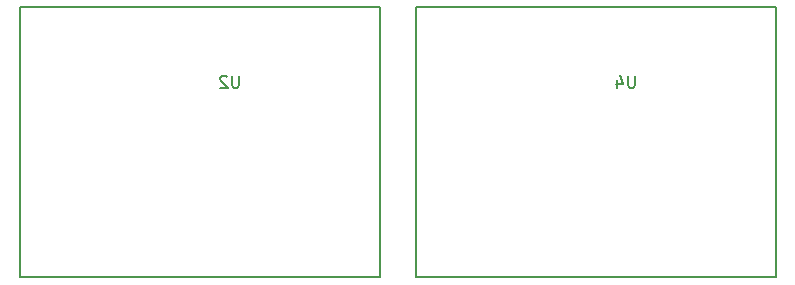
<source format=gbr>
G04 #@! TF.FileFunction,Legend,Bot*
%FSLAX46Y46*%
G04 Gerber Fmt 4.6, Leading zero omitted, Abs format (unit mm)*
G04 Created by KiCad (PCBNEW 4.0.7) date 03/14/18 18:41:00*
%MOMM*%
%LPD*%
G01*
G04 APERTURE LIST*
%ADD10C,0.100000*%
%ADD11C,0.150000*%
G04 APERTURE END LIST*
D10*
D11*
X118414800Y-123037600D02*
X119684800Y-123037600D01*
X118414800Y-100177600D02*
X118414800Y-123037600D01*
X148894800Y-100177600D02*
X118414800Y-100177600D01*
X148894800Y-123037600D02*
X148894800Y-100177600D01*
X119684800Y-123037600D02*
X148894800Y-123037600D01*
X151942800Y-123037600D02*
X153212800Y-123037600D01*
X151942800Y-100177600D02*
X151942800Y-123037600D01*
X182422800Y-100177600D02*
X151942800Y-100177600D01*
X182422800Y-123037600D02*
X182422800Y-100177600D01*
X153212800Y-123037600D02*
X182422800Y-123037600D01*
X136956705Y-105979981D02*
X136956705Y-106789505D01*
X136909086Y-106884743D01*
X136861467Y-106932362D01*
X136766229Y-106979981D01*
X136575752Y-106979981D01*
X136480514Y-106932362D01*
X136432895Y-106884743D01*
X136385276Y-106789505D01*
X136385276Y-105979981D01*
X135956705Y-106075219D02*
X135909086Y-106027600D01*
X135813848Y-105979981D01*
X135575752Y-105979981D01*
X135480514Y-106027600D01*
X135432895Y-106075219D01*
X135385276Y-106170457D01*
X135385276Y-106265695D01*
X135432895Y-106408552D01*
X136004324Y-106979981D01*
X135385276Y-106979981D01*
X170484705Y-105979981D02*
X170484705Y-106789505D01*
X170437086Y-106884743D01*
X170389467Y-106932362D01*
X170294229Y-106979981D01*
X170103752Y-106979981D01*
X170008514Y-106932362D01*
X169960895Y-106884743D01*
X169913276Y-106789505D01*
X169913276Y-105979981D01*
X169008514Y-106313314D02*
X169008514Y-106979981D01*
X169246610Y-105932362D02*
X169484705Y-106646648D01*
X168865657Y-106646648D01*
M02*

</source>
